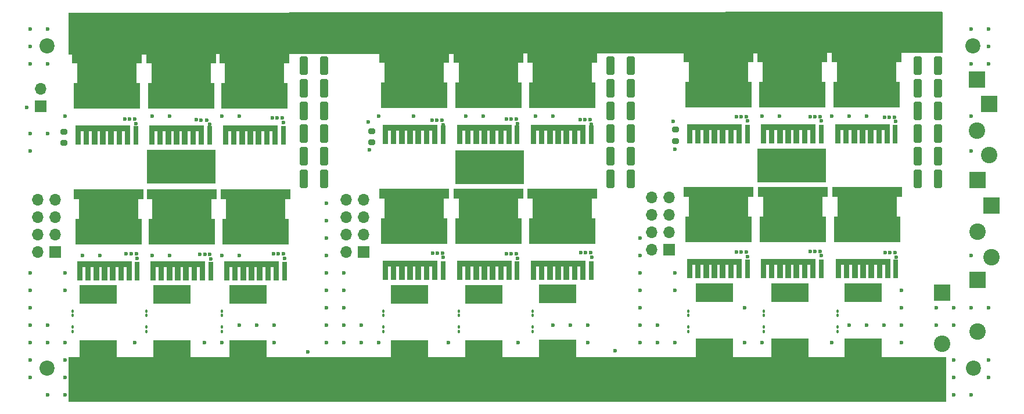
<source format=gbs>
%TF.GenerationSoftware,KiCad,Pcbnew,8.0.1*%
%TF.CreationDate,2024-05-07T00:04:45+05:00*%
%TF.ProjectId,PowerBoard,506f7765-7242-46f6-9172-642e6b696361,rev?*%
%TF.SameCoordinates,Original*%
%TF.FileFunction,Soldermask,Bot*%
%TF.FilePolarity,Negative*%
%FSLAX46Y46*%
G04 Gerber Fmt 4.6, Leading zero omitted, Abs format (unit mm)*
G04 Created by KiCad (PCBNEW 8.0.1) date 2024-05-07 00:04:45*
%MOMM*%
%LPD*%
G01*
G04 APERTURE LIST*
G04 Aperture macros list*
%AMRoundRect*
0 Rectangle with rounded corners*
0 $1 Rounding radius*
0 $2 $3 $4 $5 $6 $7 $8 $9 X,Y pos of 4 corners*
0 Add a 4 corners polygon primitive as box body*
4,1,4,$2,$3,$4,$5,$6,$7,$8,$9,$2,$3,0*
0 Add four circle primitives for the rounded corners*
1,1,$1+$1,$2,$3*
1,1,$1+$1,$4,$5*
1,1,$1+$1,$6,$7*
1,1,$1+$1,$8,$9*
0 Add four rect primitives between the rounded corners*
20,1,$1+$1,$2,$3,$4,$5,0*
20,1,$1+$1,$4,$5,$6,$7,0*
20,1,$1+$1,$6,$7,$8,$9,0*
20,1,$1+$1,$8,$9,$2,$3,0*%
%AMFreePoly0*
4,1,30,0.400000,-4.000000,-0.400000,-4.000000,-2.400000,-4.000000,-2.400000,-3.200000,-0.400000,-3.200000,-0.400000,-2.800000,-2.400000,-2.800000,-2.400000,-2.000000,-0.400000,-2.000000,-0.400000,-1.600000,-2.400000,-1.600000,-2.400000,-0.800000,-0.400000,-0.800000,-0.400000,-0.400000,-2.400000,-0.400000,-2.400000,0.400000,-0.400000,0.400000,-0.400000,0.800000,-2.400000,0.800000,-2.400000,1.600000,
-0.400000,1.600000,-0.400000,2.000000,-2.400000,2.000000,-2.400000,2.800000,-0.400000,2.800000,-0.400000,3.200000,-2.400000,3.200000,-2.400000,4.000000,0.400000,4.000000,0.400000,-4.000000,0.400000,-4.000000,$1*%
%AMFreePoly1*
4,1,13,2.850000,-5.050000,1.450000,-5.050000,1.450000,-4.350000,-1.450000,-4.350000,-1.450000,-4.850000,-5.150000,-4.850000,-5.150000,4.850000,-1.450000,4.850000,-1.450000,4.350000,1.450000,4.350000,1.450000,5.050000,2.850000,5.050000,2.850000,-5.050000,2.850000,-5.050000,$1*%
G04 Aperture macros list end*
%ADD10C,2.200000*%
%ADD11R,2.400000X2.400000*%
%ADD12C,2.400000*%
%ADD13R,1.700000X1.700000*%
%ADD14O,1.700000X1.700000*%
%ADD15RoundRect,0.100000X-0.100000X0.130000X-0.100000X-0.130000X0.100000X-0.130000X0.100000X0.130000X0*%
%ADD16RoundRect,0.100000X0.100000X-0.130000X0.100000X0.130000X-0.100000X0.130000X-0.100000X-0.130000X0*%
%ADD17RoundRect,0.250000X0.325000X1.100000X-0.325000X1.100000X-0.325000X-1.100000X0.325000X-1.100000X0*%
%ADD18R,5.511800X2.717800*%
%ADD19R,0.800000X2.800000*%
%ADD20FreePoly0,90.000000*%
%ADD21FreePoly1,90.000000*%
%ADD22R,10.000000X5.000000*%
%ADD23RoundRect,0.200000X0.275000X-0.200000X0.275000X0.200000X-0.275000X0.200000X-0.275000X-0.200000X0*%
%ADD24C,0.600000*%
G04 APERTURE END LIST*
D10*
%TO.C,H3*%
X342564466Y-106185534D03*
%TD*%
D11*
%TO.C,C19*%
X343150000Y-111050000D03*
D12*
X343150000Y-118550000D03*
%TD*%
D11*
%TO.C,C23*%
X345298749Y-129480000D03*
D12*
X345298749Y-136980000D03*
%TD*%
D10*
%TO.C,H1*%
X207600000Y-106150000D03*
%TD*%
D11*
%TO.C,C21*%
X343250000Y-140300000D03*
D12*
X343250000Y-147800000D03*
%TD*%
D13*
%TO.C,J7*%
X298272332Y-135878057D03*
D14*
X295732332Y-135878057D03*
X298272332Y-133338057D03*
X295732332Y-133338057D03*
X298272332Y-130798057D03*
X295732332Y-130798057D03*
X298272332Y-128258057D03*
X295732332Y-128258057D03*
%TD*%
D10*
%TO.C,H4*%
X342614466Y-153164466D03*
%TD*%
D13*
%TO.C,J12*%
X206700000Y-114975000D03*
D14*
X206700000Y-112435000D03*
%TD*%
D11*
%TO.C,C22*%
X338098750Y-142130000D03*
D12*
X338098750Y-149630000D03*
%TD*%
D13*
%TO.C,J6*%
X208800000Y-136200000D03*
D14*
X206260000Y-136200000D03*
X208800000Y-133660000D03*
X206260000Y-133660000D03*
X208800000Y-131120000D03*
X206260000Y-131120000D03*
X208800000Y-128580000D03*
X206260000Y-128580000D03*
%TD*%
D11*
%TO.C,C24*%
X344920001Y-114600000D03*
D12*
X344920001Y-122100000D03*
%TD*%
D11*
%TO.C,C20*%
X343250000Y-125750000D03*
D12*
X343250000Y-133250000D03*
%TD*%
D10*
%TO.C,H2*%
X207635534Y-153114466D03*
%TD*%
D13*
%TO.C,J5*%
X253732332Y-136188057D03*
D14*
X251192332Y-136188057D03*
X253732332Y-133648057D03*
X251192332Y-133648057D03*
X253732332Y-131108057D03*
X251192332Y-131108057D03*
X253732332Y-128568057D03*
X251192332Y-128568057D03*
%TD*%
D15*
%TO.C,R29*%
X233100000Y-147175000D03*
X233100000Y-147815000D03*
%TD*%
D16*
%TO.C,R30*%
X222100000Y-145470000D03*
X222100000Y-144830000D03*
%TD*%
D17*
%TO.C,C1*%
X247950000Y-109019807D03*
X245000000Y-109019807D03*
%TD*%
%TO.C,C16*%
X337465508Y-118919807D03*
X334515508Y-118919807D03*
%TD*%
D18*
%TO.C,R18*%
X326550000Y-150151000D03*
X326550000Y-142150000D03*
%TD*%
D15*
%TO.C,R37*%
X267600000Y-147175000D03*
X267600000Y-147815000D03*
%TD*%
D17*
%TO.C,C18*%
X337465508Y-125519807D03*
X334515508Y-125519807D03*
%TD*%
D18*
%TO.C,R17*%
X260400000Y-150401000D03*
X260400000Y-142400000D03*
%TD*%
D15*
%TO.C,R39*%
X278350000Y-147175000D03*
X278350000Y-147815000D03*
%TD*%
D17*
%TO.C,C13*%
X292707332Y-118919807D03*
X289757332Y-118919807D03*
%TD*%
%TO.C,C11*%
X248000000Y-122219807D03*
X245050000Y-122219807D03*
%TD*%
D19*
%TO.C,Q5*%
X276132332Y-119130000D03*
D20*
X271332332Y-118130000D03*
D21*
X271932332Y-110080000D03*
%TD*%
D16*
%TO.C,R32*%
X211350000Y-145470000D03*
X211350000Y-144830000D03*
%TD*%
D19*
%TO.C,Q8*%
X320447332Y-119018057D03*
D20*
X315647332Y-118018057D03*
D21*
X316247332Y-109968057D03*
%TD*%
D18*
%TO.C,R10*%
X236925000Y-150430500D03*
X236925000Y-142429500D03*
%TD*%
%TO.C,R11*%
X282050000Y-150351000D03*
X282050000Y-142350000D03*
%TD*%
D15*
%TO.C,R43*%
X312100000Y-147175000D03*
X312100000Y-147815000D03*
%TD*%
D22*
%TO.C,J1*%
X332850000Y-104100000D03*
%TD*%
D17*
%TO.C,C14*%
X292707332Y-122219807D03*
X289757332Y-122219807D03*
%TD*%
D19*
%TO.C,Q13*%
X286932332Y-138898057D03*
D20*
X282132332Y-137898057D03*
D21*
X282732332Y-129848057D03*
%TD*%
D17*
%TO.C,C3*%
X248000000Y-115619807D03*
X245050000Y-115619807D03*
%TD*%
D18*
%TO.C,R13*%
X225825000Y-150430500D03*
X225825000Y-142429500D03*
%TD*%
D19*
%TO.C,Q17*%
X320472332Y-138688057D03*
D20*
X315672332Y-137688057D03*
D21*
X316272332Y-129638057D03*
%TD*%
D16*
%TO.C,R36*%
X267600000Y-145470000D03*
X267600000Y-144830000D03*
%TD*%
D17*
%TO.C,C17*%
X337465508Y-122219807D03*
X334515508Y-122219807D03*
%TD*%
D19*
%TO.C,Q18*%
X309672332Y-138688057D03*
D20*
X304872332Y-137688057D03*
D21*
X305472332Y-129638057D03*
%TD*%
D17*
%TO.C,C5*%
X292707332Y-112319807D03*
X289757332Y-112319807D03*
%TD*%
%TO.C,C4*%
X292707332Y-109019807D03*
X289757332Y-109019807D03*
%TD*%
D15*
%TO.C,R41*%
X301100000Y-147175000D03*
X301100000Y-147815000D03*
%TD*%
D16*
%TO.C,R40*%
X301100000Y-145470000D03*
X301100000Y-144830000D03*
%TD*%
D22*
%TO.C,J11*%
X333400000Y-154600000D03*
%TD*%
D19*
%TO.C,Q2*%
X231325000Y-119180000D03*
D20*
X226525000Y-118180000D03*
D21*
X227125000Y-110130000D03*
%TD*%
D22*
%TO.C,J4*%
X316147332Y-123588057D03*
%TD*%
D15*
%TO.C,R45*%
X322850000Y-147175000D03*
X322850000Y-147815000D03*
%TD*%
D23*
%TO.C,NTC1*%
X210100000Y-120325000D03*
X210100000Y-118675000D03*
%TD*%
D17*
%TO.C,C12*%
X248000000Y-125519807D03*
X245050000Y-125519807D03*
%TD*%
%TO.C,C10*%
X248000000Y-118919807D03*
X245050000Y-118919807D03*
%TD*%
D19*
%TO.C,Q11*%
X231450000Y-139000000D03*
D20*
X226650000Y-138000000D03*
D21*
X227250000Y-129950000D03*
%TD*%
D16*
%TO.C,R34*%
X256600000Y-145470000D03*
X256600000Y-144830000D03*
%TD*%
D19*
%TO.C,Q15*%
X265332332Y-138898057D03*
D20*
X260532332Y-137898057D03*
D21*
X261132332Y-129848057D03*
%TD*%
D18*
%TO.C,R15*%
X315900000Y-150151000D03*
X315900000Y-142150000D03*
%TD*%
%TO.C,R14*%
X271250000Y-150401000D03*
X271250000Y-142400000D03*
%TD*%
%TO.C,R16*%
X215075000Y-150430500D03*
X215075000Y-142429500D03*
%TD*%
D17*
%TO.C,C7*%
X337456017Y-109019807D03*
X334506017Y-109019807D03*
%TD*%
D18*
%TO.C,R12*%
X304900000Y-150151000D03*
X304900000Y-142150000D03*
%TD*%
D19*
%TO.C,Q14*%
X276132332Y-138898057D03*
D20*
X271332332Y-137898057D03*
D21*
X271932332Y-129848057D03*
%TD*%
D19*
%TO.C,Q10*%
X242200000Y-139000000D03*
D20*
X237400000Y-138000000D03*
D21*
X238000000Y-129950000D03*
%TD*%
D19*
%TO.C,Q9*%
X309672332Y-119018057D03*
D20*
X304872332Y-118018057D03*
D21*
X305472332Y-109968057D03*
%TD*%
D16*
%TO.C,R28*%
X233100000Y-145470000D03*
X233100000Y-144830000D03*
%TD*%
D15*
%TO.C,R31*%
X222100000Y-147175000D03*
X222100000Y-147815000D03*
%TD*%
D19*
%TO.C,Q12*%
X220750000Y-139000000D03*
D20*
X215950000Y-138000000D03*
D21*
X216550000Y-129950000D03*
%TD*%
D16*
%TO.C,R42*%
X312100000Y-145470000D03*
X312100000Y-144830000D03*
%TD*%
%TO.C,R44*%
X322850000Y-145470000D03*
X322850000Y-144830000D03*
%TD*%
D19*
%TO.C,Q7*%
X331247332Y-119018057D03*
D20*
X326447332Y-118018057D03*
D21*
X327047332Y-109968057D03*
%TD*%
D22*
%TO.C,J2*%
X272082332Y-123848057D03*
%TD*%
D17*
%TO.C,C15*%
X292682332Y-125519807D03*
X289732332Y-125519807D03*
%TD*%
D19*
%TO.C,Q3*%
X220525000Y-119180000D03*
D20*
X215725000Y-118180000D03*
D21*
X216325000Y-110130000D03*
%TD*%
D17*
%TO.C,C9*%
X337456017Y-115619807D03*
X334506017Y-115619807D03*
%TD*%
D19*
%TO.C,Q6*%
X265332332Y-119130000D03*
D20*
X260532332Y-118130000D03*
D21*
X261132332Y-110080000D03*
%TD*%
D19*
%TO.C,Q16*%
X331322332Y-138688057D03*
D20*
X326522332Y-137688057D03*
D21*
X327122332Y-129638057D03*
%TD*%
D15*
%TO.C,R33*%
X211350000Y-147175000D03*
X211350000Y-147815000D03*
%TD*%
D23*
%TO.C,NTC3*%
X299200000Y-120025000D03*
X299200000Y-118375000D03*
%TD*%
D17*
%TO.C,C6*%
X292707332Y-115619807D03*
X289757332Y-115619807D03*
%TD*%
D23*
%TO.C,NTC2*%
X254900000Y-120225000D03*
X254900000Y-118575000D03*
%TD*%
D19*
%TO.C,Q1*%
X242050000Y-119180000D03*
D20*
X237250000Y-118180000D03*
D21*
X237850000Y-110130000D03*
%TD*%
D17*
%TO.C,C2*%
X247950000Y-112319807D03*
X245000000Y-112319807D03*
%TD*%
%TO.C,C8*%
X337456017Y-112319807D03*
X334506017Y-112319807D03*
%TD*%
D15*
%TO.C,R35*%
X256600000Y-147175000D03*
X256600000Y-147815000D03*
%TD*%
D16*
%TO.C,R38*%
X278350000Y-145470000D03*
X278350000Y-144830000D03*
%TD*%
D22*
%TO.C,J3*%
X227175000Y-123750000D03*
%TD*%
D19*
%TO.C,Q4*%
X286932332Y-119130000D03*
D20*
X282132332Y-118130000D03*
D21*
X282732332Y-110080000D03*
%TD*%
D24*
X342275000Y-108745000D03*
X245755000Y-157005000D03*
X257200000Y-152550000D03*
X250750000Y-156100000D03*
X210195000Y-139225000D03*
X281315000Y-154465000D03*
X219700000Y-153900000D03*
X299095000Y-149385000D03*
X324495000Y-157005000D03*
X204600000Y-115150000D03*
X214150000Y-156300000D03*
X294015000Y-149385000D03*
X242000000Y-152350000D03*
X289600000Y-155700000D03*
X319415000Y-154465000D03*
X278775000Y-154465000D03*
X276235000Y-157005000D03*
X309255000Y-144305000D03*
X337195000Y-146845000D03*
X344815000Y-144305000D03*
X294015000Y-157005000D03*
X215275000Y-154465000D03*
X230515000Y-149385000D03*
X280350000Y-152750000D03*
X243215000Y-154465000D03*
X238135000Y-146845000D03*
X220355000Y-157005000D03*
X225435000Y-136685000D03*
X294015000Y-151925000D03*
X291475000Y-154465000D03*
X344815000Y-154465000D03*
X271155000Y-116365000D03*
X306715000Y-154465000D03*
X276000000Y-154600000D03*
X210195000Y-154465000D03*
X342275000Y-144305000D03*
X339735000Y-154465000D03*
X223600000Y-156300000D03*
X205115000Y-151925000D03*
X205115000Y-121445000D03*
X255915000Y-154465000D03*
X238135000Y-157005000D03*
X280350000Y-156500000D03*
X337195000Y-144305000D03*
X205115000Y-106205000D03*
X225435000Y-157005000D03*
X324495000Y-154465000D03*
X220355000Y-149385000D03*
X320350000Y-152550000D03*
X309255000Y-151925000D03*
X205115000Y-141765000D03*
X230515000Y-157005000D03*
X324495000Y-116365000D03*
X205115000Y-103665000D03*
X225435000Y-116365000D03*
X212735000Y-136685000D03*
X260995000Y-116365000D03*
X344815000Y-151925000D03*
X311600000Y-152550000D03*
X332115000Y-141765000D03*
X311600000Y-156300000D03*
X217450000Y-154400000D03*
X235595000Y-146845000D03*
X309255000Y-154465000D03*
X258455000Y-154465000D03*
X205115000Y-118905000D03*
X309255000Y-149385000D03*
X268615000Y-116365000D03*
X321955000Y-157005000D03*
X286395000Y-151925000D03*
X309255000Y-157005000D03*
X215275000Y-136685000D03*
X281315000Y-146845000D03*
X263535000Y-154465000D03*
X250835000Y-144305000D03*
X248295000Y-146845000D03*
X327035000Y-116365000D03*
X296555000Y-146845000D03*
X248295000Y-139225000D03*
X212735000Y-157005000D03*
X227975000Y-157005000D03*
X296555000Y-151925000D03*
X250750000Y-152350000D03*
X255915000Y-116365000D03*
X253375000Y-149385000D03*
X321955000Y-149385000D03*
X337750000Y-156500000D03*
X248295000Y-144305000D03*
X286395000Y-157005000D03*
X271600000Y-156500000D03*
X205115000Y-146845000D03*
X283855000Y-146845000D03*
X222895000Y-136685000D03*
X268615000Y-154465000D03*
X220355000Y-151925000D03*
X320350000Y-156300000D03*
X263535000Y-157005000D03*
X248295000Y-149385000D03*
X207655000Y-108745000D03*
X273695000Y-154465000D03*
X230515000Y-154465000D03*
X253375000Y-151925000D03*
X266075000Y-154465000D03*
X250835000Y-139225000D03*
X314335000Y-116365000D03*
X266075000Y-149385000D03*
X301635000Y-157005000D03*
X214150000Y-152550000D03*
X250835000Y-141765000D03*
X235595000Y-136685000D03*
X205115000Y-108745000D03*
X235595000Y-116365000D03*
X205115000Y-139225000D03*
X248295000Y-136685000D03*
X327035000Y-146845000D03*
X342275000Y-157005000D03*
X211850000Y-154750000D03*
X278775000Y-157005000D03*
X329000000Y-156500000D03*
X294015000Y-146845000D03*
X232350000Y-152550000D03*
X246400000Y-154200000D03*
X223600000Y-152550000D03*
X253375000Y-154465000D03*
X240675000Y-154465000D03*
X250835000Y-149385000D03*
X327035000Y-157005000D03*
X207655000Y-146845000D03*
X230515000Y-151925000D03*
X248295000Y-134145000D03*
X276235000Y-149385000D03*
X268615000Y-157005000D03*
X294015000Y-134145000D03*
X207655000Y-149385000D03*
X222895000Y-154465000D03*
X210195000Y-141765000D03*
X271155000Y-154465000D03*
X339735000Y-157005000D03*
X210195000Y-157005000D03*
X332115000Y-144305000D03*
X290400000Y-150600000D03*
X261600000Y-154400000D03*
X232350000Y-156300000D03*
X260995000Y-157005000D03*
X233055000Y-136685000D03*
X207655000Y-118905000D03*
X207655000Y-157005000D03*
X329000000Y-152750000D03*
X344815000Y-103665000D03*
X276235000Y-151925000D03*
X344815000Y-108745000D03*
X332115000Y-149385000D03*
X233055000Y-149385000D03*
X296555000Y-157005000D03*
X248295000Y-131605000D03*
X314335000Y-157005000D03*
X238135000Y-154465000D03*
X294015000Y-136685000D03*
X205115000Y-149385000D03*
X314335000Y-154465000D03*
X296555000Y-149385000D03*
X248295000Y-157005000D03*
X257200000Y-156300000D03*
X233055000Y-154465000D03*
X299095000Y-141765000D03*
X250835000Y-146845000D03*
X210195000Y-151925000D03*
X329575000Y-146845000D03*
X306715000Y-157005000D03*
X235595000Y-154465000D03*
X311795000Y-154465000D03*
X253375000Y-146845000D03*
X235595000Y-157005000D03*
X298350000Y-151950000D03*
X225435000Y-154465000D03*
X342275000Y-121445000D03*
X333400000Y-154600000D03*
X332115000Y-146845000D03*
X283855000Y-154465000D03*
X286395000Y-146845000D03*
X210195000Y-116365000D03*
X283855000Y-157005000D03*
X248295000Y-151925000D03*
X294000000Y-153800000D03*
X327035000Y-154465000D03*
X291475000Y-157005000D03*
X222895000Y-116365000D03*
X210195000Y-149385000D03*
X296555000Y-154465000D03*
X242000000Y-156100000D03*
X233055000Y-116365000D03*
X281315000Y-116365000D03*
X245600000Y-150800000D03*
X240675000Y-149385000D03*
X316875000Y-157005000D03*
X342275000Y-136685000D03*
X342275000Y-103665000D03*
X294015000Y-139225000D03*
X217815000Y-157005000D03*
X339735000Y-144305000D03*
X248295000Y-141765000D03*
X240675000Y-146845000D03*
X321955000Y-116365000D03*
X316000000Y-154400000D03*
X289600000Y-151950000D03*
X207655000Y-103665000D03*
X339735000Y-151925000D03*
X228000000Y-154400000D03*
X321955000Y-154465000D03*
X253375000Y-157005000D03*
X286395000Y-154465000D03*
X271600000Y-152750000D03*
X301635000Y-154465000D03*
X311795000Y-116365000D03*
X278775000Y-116365000D03*
X324495000Y-146845000D03*
X248295000Y-154465000D03*
X248295000Y-129065000D03*
X311795000Y-149385000D03*
X342275000Y-116365000D03*
X344815000Y-106205000D03*
X205115000Y-144305000D03*
X298350000Y-155700000D03*
X265950000Y-156300000D03*
X294015000Y-141765000D03*
X337750000Y-152750000D03*
X255915000Y-149385000D03*
X205115000Y-154465000D03*
X265950000Y-152550000D03*
X321955000Y-151925000D03*
X273695000Y-157005000D03*
X286395000Y-149385000D03*
X304175000Y-157005000D03*
X294015000Y-144305000D03*
X250835000Y-154465000D03*
X339735000Y-146845000D03*
X299095000Y-139225000D03*
X304175000Y-154465000D03*
X241150000Y-116700000D03*
X240450000Y-116700000D03*
X241900000Y-116700000D03*
X242050000Y-117350000D03*
X230050000Y-117000000D03*
X231350000Y-117600000D03*
X229362500Y-116937500D03*
X230900000Y-117000000D03*
X220550000Y-117518750D03*
X220400000Y-116868750D03*
X219650000Y-116868750D03*
X218950000Y-116868750D03*
X240600000Y-136468750D03*
X242200000Y-137118750D03*
X242050000Y-136468750D03*
X241300000Y-136468750D03*
X231500000Y-137218750D03*
X229900000Y-136568750D03*
X231350000Y-136568750D03*
X230600000Y-136568750D03*
X219850000Y-136468750D03*
X220600000Y-136468750D03*
X219150000Y-136468750D03*
X220750000Y-137118750D03*
X254450000Y-117250000D03*
X298850000Y-117200000D03*
X286782332Y-116916807D03*
X285332332Y-116916807D03*
X286932332Y-117566807D03*
X286032332Y-116916807D03*
X276032332Y-116816807D03*
X274582332Y-116816807D03*
X275282332Y-116816807D03*
X276182332Y-117466807D03*
X263732332Y-117016807D03*
X265332332Y-117666807D03*
X264432332Y-117016807D03*
X265182332Y-117016807D03*
X286082332Y-136316807D03*
X285382332Y-136316807D03*
X286832332Y-136316807D03*
X286982332Y-136966807D03*
X276182332Y-137116807D03*
X275282332Y-136466807D03*
X274582332Y-136466807D03*
X276032332Y-136466807D03*
X264482332Y-136366807D03*
X265382332Y-137016807D03*
X263782332Y-136366807D03*
X265232332Y-136366807D03*
X331222332Y-136306807D03*
X331372332Y-136956807D03*
X330472332Y-136306807D03*
X329772332Y-136306807D03*
X320472332Y-136756807D03*
X318872332Y-136106807D03*
X320322332Y-136106807D03*
X319572332Y-136106807D03*
X309672332Y-136906807D03*
X309522332Y-136256807D03*
X308072332Y-136256807D03*
X308772332Y-136256807D03*
X308772332Y-116456807D03*
X309522332Y-116456807D03*
X309672332Y-117106807D03*
X308072332Y-116456807D03*
X320322332Y-116456807D03*
X319572332Y-116456807D03*
X318872332Y-116456807D03*
X320472332Y-117106807D03*
X331272332Y-117206807D03*
X329672332Y-116556807D03*
X331122332Y-116556807D03*
X330372332Y-116556807D03*
X254600000Y-121300000D03*
X299150000Y-121250000D03*
G36*
X338592999Y-151519706D02*
G01*
X338638774Y-151572492D01*
X338650000Y-151624048D01*
X338650000Y-157975923D01*
X338630315Y-158042962D01*
X338577511Y-158088717D01*
X338525923Y-158099923D01*
X210838112Y-158021144D01*
X210771085Y-158001418D01*
X210725363Y-157948586D01*
X210714189Y-157897421D01*
X210700277Y-151674228D01*
X210719812Y-151607145D01*
X210772514Y-151561272D01*
X210824229Y-151549951D01*
X338525952Y-151500048D01*
X338592999Y-151519706D01*
G37*
G36*
X338142572Y-101210575D02*
G01*
X338188372Y-101263340D01*
X338199621Y-101314399D01*
X338199999Y-101399774D01*
X338200000Y-101400323D01*
X338200000Y-107076194D01*
X338180315Y-107143233D01*
X338127511Y-107188988D01*
X338076195Y-107200194D01*
X210824195Y-107399805D01*
X210757124Y-107380225D01*
X210711287Y-107327493D01*
X210700000Y-107275805D01*
X210700000Y-101423893D01*
X210719685Y-101356854D01*
X210772489Y-101311099D01*
X210823894Y-101299893D01*
X338075516Y-101190948D01*
X338142572Y-101210575D01*
G37*
M02*

</source>
